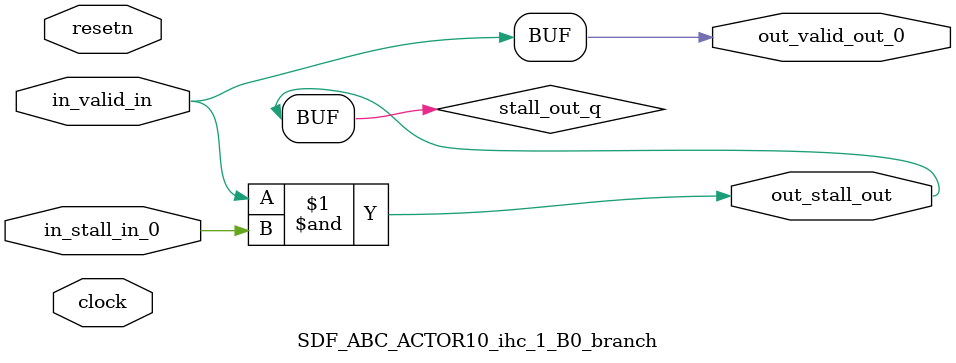
<source format=sv>



(* altera_attribute = "-name AUTO_SHIFT_REGISTER_RECOGNITION OFF; -name MESSAGE_DISABLE 10036; -name MESSAGE_DISABLE 10037; -name MESSAGE_DISABLE 14130; -name MESSAGE_DISABLE 14320; -name MESSAGE_DISABLE 15400; -name MESSAGE_DISABLE 14130; -name MESSAGE_DISABLE 10036; -name MESSAGE_DISABLE 12020; -name MESSAGE_DISABLE 12030; -name MESSAGE_DISABLE 12010; -name MESSAGE_DISABLE 12110; -name MESSAGE_DISABLE 14320; -name MESSAGE_DISABLE 13410; -name MESSAGE_DISABLE 113007; -name MESSAGE_DISABLE 10958" *)
module SDF_ABC_ACTOR10_ihc_1_B0_branch (
    input wire [0:0] in_stall_in_0,
    input wire [0:0] in_valid_in,
    output wire [0:0] out_stall_out,
    output wire [0:0] out_valid_out_0,
    input wire clock,
    input wire resetn
    );

    wire [0:0] stall_out_q;


    // stall_out(LOGICAL,6)
    assign stall_out_q = in_valid_in & in_stall_in_0;

    // out_stall_out(GPOUT,4)
    assign out_stall_out = stall_out_q;

    // out_valid_out_0(GPOUT,5)
    assign out_valid_out_0 = in_valid_in;

endmodule

</source>
